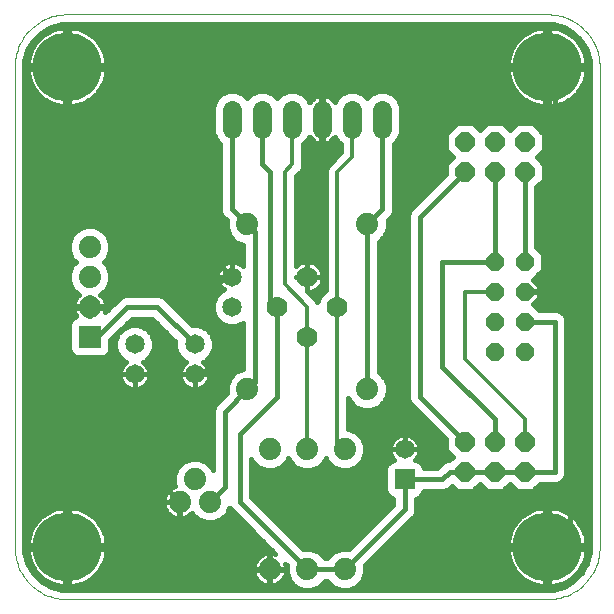
<source format=gtl>
G75*
G70*
%OFA0B0*%
%FSLAX24Y24*%
%IPPOS*%
%LPD*%
%AMOC8*
5,1,8,0,0,1.08239X$1,22.5*
%
%ADD10C,0.0000*%
%ADD11OC8,0.0600*%
%ADD12OC8,0.0640*%
%ADD13C,0.0740*%
%ADD14C,0.0650*%
%ADD15R,0.0740X0.0740*%
%ADD16C,0.0700*%
%ADD17R,0.0650X0.0650*%
%ADD18C,0.2300*%
%ADD19C,0.0634*%
%ADD20C,0.0150*%
%ADD21C,0.0120*%
D10*
X001175Y002925D02*
X001175Y018925D01*
X001177Y019008D01*
X001183Y019091D01*
X001193Y019174D01*
X001207Y019256D01*
X001224Y019338D01*
X001246Y019418D01*
X001271Y019497D01*
X001300Y019575D01*
X001333Y019652D01*
X001370Y019727D01*
X001409Y019800D01*
X001453Y019871D01*
X001499Y019940D01*
X001549Y020007D01*
X001602Y020071D01*
X001658Y020133D01*
X001717Y020192D01*
X001779Y020248D01*
X001843Y020301D01*
X001910Y020351D01*
X001979Y020397D01*
X002050Y020441D01*
X002123Y020480D01*
X002198Y020517D01*
X002275Y020550D01*
X002353Y020579D01*
X002432Y020604D01*
X002512Y020626D01*
X002594Y020643D01*
X002676Y020657D01*
X002759Y020667D01*
X002842Y020673D01*
X002925Y020675D01*
X018925Y020675D01*
X019008Y020673D01*
X019091Y020667D01*
X019174Y020657D01*
X019256Y020643D01*
X019338Y020626D01*
X019418Y020604D01*
X019497Y020579D01*
X019575Y020550D01*
X019652Y020517D01*
X019727Y020480D01*
X019800Y020441D01*
X019871Y020397D01*
X019940Y020351D01*
X020007Y020301D01*
X020071Y020248D01*
X020133Y020192D01*
X020192Y020133D01*
X020248Y020071D01*
X020301Y020007D01*
X020351Y019940D01*
X020397Y019871D01*
X020441Y019800D01*
X020480Y019727D01*
X020517Y019652D01*
X020550Y019575D01*
X020579Y019497D01*
X020604Y019418D01*
X020626Y019338D01*
X020643Y019256D01*
X020657Y019174D01*
X020667Y019091D01*
X020673Y019008D01*
X020675Y018925D01*
X020675Y002925D01*
X020673Y002842D01*
X020667Y002759D01*
X020657Y002676D01*
X020643Y002594D01*
X020626Y002512D01*
X020604Y002432D01*
X020579Y002353D01*
X020550Y002275D01*
X020517Y002198D01*
X020480Y002123D01*
X020441Y002050D01*
X020397Y001979D01*
X020351Y001910D01*
X020301Y001843D01*
X020248Y001779D01*
X020192Y001717D01*
X020133Y001658D01*
X020071Y001602D01*
X020007Y001549D01*
X019940Y001499D01*
X019871Y001453D01*
X019800Y001409D01*
X019727Y001370D01*
X019652Y001333D01*
X019575Y001300D01*
X019497Y001271D01*
X019418Y001246D01*
X019338Y001224D01*
X019256Y001207D01*
X019174Y001193D01*
X019091Y001183D01*
X019008Y001177D01*
X018925Y001175D01*
X002925Y001175D01*
X002842Y001177D01*
X002759Y001183D01*
X002676Y001193D01*
X002594Y001207D01*
X002512Y001224D01*
X002432Y001246D01*
X002353Y001271D01*
X002275Y001300D01*
X002198Y001333D01*
X002123Y001370D01*
X002050Y001409D01*
X001979Y001453D01*
X001910Y001499D01*
X001843Y001549D01*
X001779Y001602D01*
X001717Y001658D01*
X001658Y001717D01*
X001602Y001779D01*
X001549Y001843D01*
X001499Y001910D01*
X001453Y001979D01*
X001409Y002050D01*
X001370Y002123D01*
X001333Y002198D01*
X001300Y002275D01*
X001271Y002353D01*
X001246Y002432D01*
X001224Y002512D01*
X001207Y002594D01*
X001193Y002676D01*
X001183Y002759D01*
X001177Y002842D01*
X001175Y002925D01*
D11*
X017175Y009425D03*
X017175Y010425D03*
X017175Y011425D03*
X017175Y012425D03*
X018175Y012425D03*
X018175Y011425D03*
X018175Y010425D03*
X018175Y009425D03*
D12*
X018175Y006425D03*
X018175Y005425D03*
X017175Y005425D03*
X016175Y005425D03*
X016175Y006425D03*
X017175Y006425D03*
X017175Y015425D03*
X016175Y015425D03*
X016175Y016425D03*
X017175Y016425D03*
X018175Y016425D03*
X018175Y015425D03*
D13*
X012925Y013675D03*
X008925Y013675D03*
X003675Y012925D03*
X003675Y011925D03*
X003675Y010925D03*
X008925Y008175D03*
X009675Y006175D03*
X010925Y006175D03*
X012175Y006175D03*
X012925Y008175D03*
X007675Y004425D03*
X007175Y005175D03*
X006675Y004425D03*
X009675Y002175D03*
X010925Y002175D03*
X012175Y002175D03*
D14*
X014175Y006175D03*
X008425Y010925D03*
X008425Y011925D03*
X007175Y009675D03*
X007175Y008675D03*
X005175Y008675D03*
X005175Y009675D03*
D15*
X003675Y009925D03*
D16*
X009925Y010925D03*
X010925Y009925D03*
X011925Y010925D03*
X010925Y011925D03*
D17*
X014175Y005175D03*
D18*
X018925Y002925D03*
X018925Y018925D03*
X002925Y018925D03*
X002925Y002925D03*
D19*
X008425Y016858D02*
X008425Y017492D01*
X009425Y017492D02*
X009425Y016858D01*
X010425Y016858D02*
X010425Y017492D01*
X011425Y017492D02*
X011425Y016858D01*
X012425Y016858D02*
X012425Y017492D01*
X013425Y017492D02*
X013425Y016858D01*
D20*
X002064Y001918D02*
X001920Y001918D01*
X002034Y001942D02*
X001942Y002034D01*
X001859Y002135D01*
X001787Y002243D01*
X001726Y002358D01*
X001676Y002478D01*
X001638Y002603D01*
X001613Y002730D01*
X001601Y002850D01*
X002850Y002850D01*
X003000Y002850D01*
X003000Y003000D01*
X004249Y003000D01*
X004237Y003120D01*
X004212Y003247D01*
X004174Y003372D01*
X004124Y003492D01*
X004063Y003607D01*
X003991Y003715D01*
X003908Y003816D01*
X003816Y003908D01*
X003715Y003991D01*
X003607Y004063D01*
X003492Y004124D01*
X003372Y004174D01*
X003247Y004212D01*
X003120Y004237D01*
X003000Y004249D01*
X003000Y003000D01*
X002850Y003000D01*
X002850Y004249D01*
X002730Y004237D01*
X002603Y004212D01*
X002478Y004174D01*
X002358Y004124D01*
X002243Y004063D01*
X002135Y003991D01*
X002034Y003908D01*
X001942Y003816D01*
X001859Y003715D01*
X001787Y003607D01*
X001726Y003492D01*
X001676Y003372D01*
X001638Y003247D01*
X001613Y003120D01*
X001601Y003000D01*
X002850Y003000D01*
X002850Y002850D01*
X002850Y001601D01*
X002730Y001613D01*
X002603Y001638D01*
X002478Y001676D01*
X002358Y001726D01*
X002243Y001787D01*
X002135Y001859D01*
X002034Y001942D01*
X002051Y001787D02*
X001787Y002051D01*
X001599Y002376D01*
X001502Y002738D01*
X001490Y002925D01*
X001490Y018925D01*
X001502Y019112D01*
X001599Y019474D01*
X001787Y019799D01*
X002051Y020063D01*
X002376Y020251D01*
X002738Y020348D01*
X002925Y020360D01*
X018925Y020360D01*
X019112Y020348D01*
X019474Y020251D01*
X019799Y020063D01*
X020063Y019799D01*
X020251Y019474D01*
X020348Y019112D01*
X020360Y018925D01*
X020360Y002925D01*
X020348Y002738D01*
X020251Y002376D01*
X020251Y002376D01*
X020063Y002051D01*
X019799Y001787D01*
X019474Y001599D01*
X019112Y001502D01*
X018925Y001490D01*
X002925Y001490D01*
X002738Y001502D01*
X002376Y001599D01*
X002051Y001787D01*
X002082Y001769D02*
X002277Y001769D01*
X002339Y001621D02*
X002691Y001621D01*
X002850Y001621D02*
X003000Y001621D01*
X003000Y001601D02*
X003120Y001613D01*
X003247Y001638D01*
X003372Y001676D01*
X003492Y001726D01*
X003607Y001787D01*
X003715Y001859D01*
X003816Y001942D01*
X003908Y002034D01*
X003991Y002135D01*
X004063Y002243D01*
X004124Y002358D01*
X004174Y002478D01*
X004212Y002603D01*
X004237Y002730D01*
X004249Y002850D01*
X003000Y002850D01*
X003000Y001601D01*
X003159Y001621D02*
X010511Y001621D01*
X010537Y001594D02*
X010789Y001490D01*
X011061Y001490D01*
X011313Y001594D01*
X011504Y001785D01*
X011596Y001785D01*
X011787Y001594D01*
X012039Y001490D01*
X012311Y001490D01*
X012563Y001594D01*
X012756Y001787D01*
X012860Y002039D01*
X012860Y002308D01*
X014396Y003844D01*
X014506Y003954D01*
X014565Y004097D01*
X014565Y004536D01*
X014678Y004583D01*
X014767Y004672D01*
X014814Y004785D01*
X015503Y004785D01*
X015646Y004844D01*
X015752Y004950D01*
X015912Y004790D01*
X016438Y004790D01*
X016675Y005027D01*
X016912Y004790D01*
X017438Y004790D01*
X017675Y005027D01*
X017912Y004790D01*
X018438Y004790D01*
X018683Y005035D01*
X019253Y005035D01*
X019396Y005094D01*
X019506Y005204D01*
X019565Y005347D01*
X019565Y010503D01*
X019506Y010646D01*
X019396Y010756D01*
X019253Y010815D01*
X018655Y010815D01*
X018446Y011024D01*
X018650Y011228D01*
X018650Y011410D01*
X018190Y011410D01*
X018190Y011440D01*
X018650Y011440D01*
X018650Y011622D01*
X018446Y011826D01*
X018790Y012170D01*
X018790Y012680D01*
X018565Y012905D01*
X018565Y014917D01*
X018810Y015162D01*
X018810Y015688D01*
X018573Y015925D01*
X018810Y016162D01*
X018810Y016688D01*
X018438Y017060D01*
X017912Y017060D01*
X017675Y016823D01*
X017438Y017060D01*
X016912Y017060D01*
X016675Y016823D01*
X016438Y017060D01*
X015912Y017060D01*
X015540Y016688D01*
X015540Y016162D01*
X015777Y015925D01*
X015540Y015688D01*
X015540Y015342D01*
X014454Y014256D01*
X014344Y014146D01*
X014285Y014003D01*
X014285Y007847D01*
X014344Y007704D01*
X015540Y006508D01*
X015540Y006162D01*
X015777Y005925D01*
X015667Y005815D01*
X015597Y005815D01*
X015454Y005756D01*
X015263Y005565D01*
X014814Y005565D01*
X014767Y005678D01*
X014678Y005767D01*
X014563Y005815D01*
X014522Y005815D01*
X014556Y005849D01*
X014603Y005913D01*
X014638Y005983D01*
X014663Y006058D01*
X014675Y006136D01*
X014675Y006175D01*
X014675Y006214D01*
X014663Y006292D01*
X014638Y006367D01*
X014603Y006437D01*
X014556Y006501D01*
X014501Y006556D01*
X014437Y006603D01*
X014367Y006638D01*
X014292Y006663D01*
X014214Y006675D01*
X014175Y006675D01*
X014175Y006175D01*
X014175Y006175D01*
X014675Y006175D01*
X014175Y006175D01*
X014175Y006175D01*
X014175Y006175D01*
X013675Y006175D01*
X013675Y006214D01*
X013687Y006292D01*
X013712Y006367D01*
X013747Y006437D01*
X013794Y006501D01*
X013849Y006556D01*
X013913Y006603D01*
X013983Y006638D01*
X014058Y006663D01*
X014136Y006675D01*
X014175Y006675D01*
X014175Y006175D01*
X013675Y006175D01*
X013675Y006136D01*
X013687Y006058D01*
X013712Y005983D01*
X013747Y005913D01*
X013794Y005849D01*
X013828Y005815D01*
X013787Y005815D01*
X013672Y005767D01*
X013583Y005678D01*
X013535Y005563D01*
X013535Y004787D01*
X013583Y004672D01*
X013672Y004583D01*
X013785Y004536D01*
X013785Y004337D01*
X012308Y002860D01*
X012039Y002860D01*
X011787Y002756D01*
X011596Y002565D01*
X011504Y002565D01*
X011313Y002756D01*
X011061Y002860D01*
X010792Y002860D01*
X009065Y004587D01*
X009065Y005858D01*
X009094Y005787D01*
X009287Y005594D01*
X009539Y005490D01*
X009811Y005490D01*
X010063Y005594D01*
X010256Y005787D01*
X010300Y005894D01*
X010344Y005787D01*
X010537Y005594D01*
X010789Y005490D01*
X011061Y005490D01*
X011313Y005594D01*
X011506Y005787D01*
X011550Y005894D01*
X011594Y005787D01*
X011787Y005594D01*
X012039Y005490D01*
X012311Y005490D01*
X012563Y005594D01*
X012756Y005787D01*
X012860Y006039D01*
X012860Y006311D01*
X012756Y006563D01*
X012563Y006756D01*
X012311Y006860D01*
X012300Y006860D01*
X012300Y007894D01*
X012344Y007787D01*
X012537Y007594D01*
X012789Y007490D01*
X013061Y007490D01*
X013313Y007594D01*
X013506Y007787D01*
X013610Y008039D01*
X013610Y008311D01*
X013506Y008563D01*
X013315Y008754D01*
X013315Y013096D01*
X013506Y013287D01*
X013610Y013539D01*
X013610Y013808D01*
X013756Y013954D01*
X013815Y014097D01*
X013815Y016355D01*
X013961Y016500D01*
X014057Y016732D01*
X014057Y017618D01*
X013961Y017850D01*
X013783Y018028D01*
X013551Y018124D01*
X013299Y018124D01*
X013067Y018028D01*
X012925Y017885D01*
X012783Y018028D01*
X012551Y018124D01*
X012299Y018124D01*
X012067Y018028D01*
X011889Y017850D01*
X011847Y017747D01*
X011846Y017750D01*
X011800Y017812D01*
X011745Y017867D01*
X011683Y017913D01*
X011614Y017948D01*
X011540Y017972D01*
X011464Y017984D01*
X011448Y017984D01*
X011448Y017198D01*
X011402Y017198D01*
X011402Y017984D01*
X011386Y017984D01*
X011310Y017972D01*
X011236Y017948D01*
X011167Y017913D01*
X011105Y017867D01*
X011050Y017812D01*
X011004Y017750D01*
X011003Y017747D01*
X010961Y017850D01*
X010783Y018028D01*
X010551Y018124D01*
X010299Y018124D01*
X010067Y018028D01*
X009925Y017885D01*
X009783Y018028D01*
X009551Y018124D01*
X009299Y018124D01*
X009067Y018028D01*
X008925Y017885D01*
X008783Y018028D01*
X008551Y018124D01*
X008299Y018124D01*
X008067Y018028D01*
X007889Y017850D01*
X007793Y017618D01*
X007793Y016732D01*
X007889Y016500D01*
X008035Y016355D01*
X008035Y014097D01*
X008094Y013954D01*
X008240Y013808D01*
X008240Y013539D01*
X008344Y013287D01*
X008537Y013094D01*
X008785Y012992D01*
X008785Y012272D01*
X008751Y012306D01*
X008687Y012353D01*
X008617Y012388D01*
X008542Y012413D01*
X008464Y012425D01*
X008425Y012425D01*
X008425Y011925D01*
X002925Y017425D01*
X002925Y018925D01*
X003000Y018995D02*
X018850Y018995D01*
X018850Y019000D02*
X018850Y018850D01*
X019000Y018850D01*
X019000Y019000D01*
X020249Y019000D01*
X020237Y019120D01*
X020212Y019247D01*
X020174Y019372D01*
X020124Y019492D01*
X020063Y019607D01*
X019991Y019715D01*
X019908Y019816D01*
X019816Y019908D01*
X019715Y019991D01*
X019607Y020063D01*
X019492Y020124D01*
X019372Y020174D01*
X019247Y020212D01*
X019120Y020237D01*
X019000Y020249D01*
X019000Y019000D01*
X018850Y019000D01*
X018850Y020249D01*
X018730Y020237D01*
X018603Y020212D01*
X018478Y020174D01*
X018358Y020124D01*
X018243Y020063D01*
X018135Y019991D01*
X018034Y019908D01*
X017942Y019816D01*
X017859Y019715D01*
X017787Y019607D01*
X017726Y019492D01*
X017676Y019372D01*
X017638Y019247D01*
X017613Y019120D01*
X017601Y019000D01*
X018850Y019000D01*
X018925Y018925D02*
X019175Y018675D01*
X019175Y011425D01*
X019675Y011425D01*
X019675Y003675D01*
X018925Y002925D01*
X019000Y002957D02*
X020360Y002957D01*
X020249Y003000D02*
X020237Y003120D01*
X020212Y003247D01*
X020174Y003372D01*
X020124Y003492D01*
X020063Y003607D01*
X019991Y003715D01*
X019908Y003816D01*
X019816Y003908D01*
X019715Y003991D01*
X019607Y004063D01*
X019492Y004124D01*
X019372Y004174D01*
X019247Y004212D01*
X019120Y004237D01*
X019000Y004249D01*
X019000Y003000D01*
X020249Y003000D01*
X020239Y003106D02*
X020360Y003106D01*
X020360Y003254D02*
X020210Y003254D01*
X020161Y003403D02*
X020360Y003403D01*
X020360Y003551D02*
X020093Y003551D01*
X020001Y003700D02*
X020360Y003700D01*
X020360Y003848D02*
X019876Y003848D01*
X019706Y003997D02*
X020360Y003997D01*
X020360Y004145D02*
X019442Y004145D01*
X019000Y004145D02*
X018850Y004145D01*
X018850Y004249D02*
X018730Y004237D01*
X018603Y004212D01*
X018478Y004174D01*
X018358Y004124D01*
X018243Y004063D01*
X018135Y003991D01*
X018034Y003908D01*
X017942Y003816D01*
X017859Y003715D01*
X017787Y003607D01*
X017726Y003492D01*
X017676Y003372D01*
X017638Y003247D01*
X017613Y003120D01*
X017601Y003000D01*
X018850Y003000D01*
X018850Y004249D01*
X018850Y003997D02*
X019000Y003997D01*
X019000Y003848D02*
X018850Y003848D01*
X018850Y003700D02*
X019000Y003700D01*
X019000Y003551D02*
X018850Y003551D01*
X018850Y003403D02*
X019000Y003403D01*
X019000Y003254D02*
X018850Y003254D01*
X018850Y003106D02*
X019000Y003106D01*
X019000Y003000D02*
X018850Y003000D01*
X018850Y002850D01*
X019000Y002850D01*
X019000Y003000D01*
X019000Y002850D02*
X020249Y002850D01*
X020237Y002730D01*
X020212Y002603D01*
X020174Y002478D01*
X020124Y002358D01*
X020063Y002243D01*
X019991Y002135D01*
X019908Y002034D01*
X019816Y001942D01*
X019715Y001859D01*
X019607Y001787D01*
X019492Y001726D01*
X019372Y001676D01*
X019247Y001638D01*
X019120Y001613D01*
X019000Y001601D01*
X019000Y002850D01*
X019000Y002809D02*
X018850Y002809D01*
X018850Y002850D02*
X018850Y001601D01*
X018730Y001613D01*
X018603Y001638D01*
X018478Y001676D01*
X018358Y001726D01*
X018243Y001787D01*
X018135Y001859D01*
X018034Y001942D01*
X017942Y002034D01*
X017859Y002135D01*
X017787Y002243D01*
X017726Y002358D01*
X017676Y002478D01*
X017638Y002603D01*
X017613Y002730D01*
X017601Y002850D01*
X018850Y002850D01*
X018850Y002957D02*
X013509Y002957D01*
X013657Y003106D02*
X017611Y003106D01*
X017640Y003254D02*
X013806Y003254D01*
X013954Y003403D02*
X017689Y003403D01*
X017757Y003551D02*
X014103Y003551D01*
X014251Y003700D02*
X017849Y003700D01*
X017974Y003848D02*
X014400Y003848D01*
X014523Y003997D02*
X018144Y003997D01*
X018408Y004145D02*
X014565Y004145D01*
X014565Y004294D02*
X020360Y004294D01*
X020360Y004442D02*
X014565Y004442D01*
X014686Y004591D02*
X020360Y004591D01*
X020360Y004739D02*
X014795Y004739D01*
X014175Y005175D02*
X014175Y004175D01*
X012175Y002175D01*
X010925Y002175D01*
X008675Y004425D01*
X008675Y006675D01*
X009925Y007925D01*
X009925Y010925D01*
X009675Y011175D01*
X009675Y015425D01*
X009425Y015675D01*
X009425Y017175D01*
X008995Y017956D02*
X008855Y017956D01*
X008598Y018104D02*
X009252Y018104D01*
X009598Y018104D02*
X010252Y018104D01*
X009995Y017956D02*
X009855Y017956D01*
X010598Y018104D02*
X012252Y018104D01*
X012598Y018104D02*
X013252Y018104D01*
X012995Y017956D02*
X012855Y017956D01*
X013598Y018104D02*
X017885Y018104D01*
X017859Y018135D02*
X017942Y018034D01*
X018034Y017942D01*
X018135Y017859D01*
X018243Y017787D01*
X018358Y017726D01*
X018478Y017676D01*
X018603Y017638D01*
X018730Y017613D01*
X018850Y017601D01*
X018850Y018850D01*
X017601Y018850D01*
X017613Y018730D01*
X017638Y018603D01*
X017676Y018478D01*
X017726Y018358D01*
X017787Y018243D01*
X017859Y018135D01*
X017782Y018253D02*
X004068Y018253D01*
X004063Y018243D02*
X004124Y018358D01*
X004174Y018478D01*
X004212Y018603D01*
X004237Y018730D01*
X004249Y018850D01*
X003000Y018850D01*
X003000Y019000D01*
X004249Y019000D01*
X004237Y019120D01*
X004212Y019247D01*
X004174Y019372D01*
X004124Y019492D01*
X004063Y019607D01*
X003991Y019715D01*
X003908Y019816D01*
X003816Y019908D01*
X003715Y019991D01*
X003607Y020063D01*
X003492Y020124D01*
X003372Y020174D01*
X003247Y020212D01*
X003120Y020237D01*
X003000Y020249D01*
X003000Y019000D01*
X002850Y019000D01*
X002850Y020249D01*
X002730Y020237D01*
X002603Y020212D01*
X002478Y020174D01*
X002358Y020124D01*
X002243Y020063D01*
X002135Y019991D01*
X002034Y019908D01*
X001942Y019816D01*
X001859Y019715D01*
X001787Y019607D01*
X001726Y019492D01*
X001676Y019372D01*
X001638Y019247D01*
X001613Y019120D01*
X001601Y019000D01*
X002850Y019000D01*
X002850Y018850D01*
X003000Y018850D01*
X003000Y017601D01*
X003120Y017613D01*
X003247Y017638D01*
X003372Y017676D01*
X003492Y017726D01*
X003607Y017787D01*
X003715Y017859D01*
X003816Y017942D01*
X003908Y018034D01*
X003991Y018135D01*
X004063Y018243D01*
X003965Y018104D02*
X008252Y018104D01*
X007995Y017956D02*
X003829Y017956D01*
X003637Y017807D02*
X007872Y017807D01*
X007810Y017659D02*
X003314Y017659D01*
X003000Y017659D02*
X002850Y017659D01*
X002850Y017601D02*
X002850Y018850D01*
X001601Y018850D01*
X001613Y018730D01*
X001638Y018603D01*
X001676Y018478D01*
X001726Y018358D01*
X001787Y018243D01*
X001859Y018135D01*
X001942Y018034D01*
X002034Y017942D01*
X002135Y017859D01*
X002243Y017787D01*
X002358Y017726D01*
X002478Y017676D01*
X002603Y017638D01*
X002730Y017613D01*
X002850Y017601D01*
X002850Y017807D02*
X003000Y017807D01*
X003000Y017956D02*
X002850Y017956D01*
X002850Y018104D02*
X003000Y018104D01*
X003000Y018253D02*
X002850Y018253D01*
X002850Y018401D02*
X003000Y018401D01*
X003000Y018550D02*
X002850Y018550D01*
X002850Y018698D02*
X003000Y018698D01*
X003000Y018847D02*
X002850Y018847D01*
X002850Y018995D02*
X001495Y018995D01*
X001490Y018847D02*
X001601Y018847D01*
X001619Y018698D02*
X001490Y018698D01*
X001490Y018550D02*
X001654Y018550D01*
X001708Y018401D02*
X001490Y018401D01*
X001490Y018253D02*
X001782Y018253D01*
X001885Y018104D02*
X001490Y018104D01*
X001490Y017956D02*
X002021Y017956D01*
X002213Y017807D02*
X001490Y017807D01*
X001490Y017659D02*
X002536Y017659D01*
X001490Y017510D02*
X007793Y017510D01*
X007793Y017362D02*
X001490Y017362D01*
X001490Y017213D02*
X007793Y017213D01*
X007793Y017065D02*
X001490Y017065D01*
X001490Y016916D02*
X007793Y016916D01*
X007793Y016768D02*
X001490Y016768D01*
X001490Y016619D02*
X007840Y016619D01*
X007919Y016471D02*
X001490Y016471D01*
X001490Y016322D02*
X008035Y016322D01*
X008035Y016174D02*
X001490Y016174D01*
X001490Y016025D02*
X008035Y016025D01*
X008035Y015877D02*
X001490Y015877D01*
X001490Y015728D02*
X008035Y015728D01*
X008035Y015580D02*
X001490Y015580D01*
X001490Y015431D02*
X008035Y015431D01*
X008035Y015283D02*
X001490Y015283D01*
X001490Y015134D02*
X008035Y015134D01*
X008035Y014986D02*
X001490Y014986D01*
X001490Y014837D02*
X008035Y014837D01*
X008035Y014689D02*
X001490Y014689D01*
X001490Y014540D02*
X008035Y014540D01*
X008035Y014392D02*
X001490Y014392D01*
X001490Y014243D02*
X008035Y014243D01*
X008036Y014095D02*
X001490Y014095D01*
X001490Y013946D02*
X008102Y013946D01*
X008240Y013798D02*
X001490Y013798D01*
X001490Y013649D02*
X008240Y013649D01*
X008256Y013501D02*
X004068Y013501D01*
X004063Y013506D02*
X003811Y013610D01*
X003539Y013610D01*
X003287Y013506D01*
X003094Y013313D01*
X002990Y013061D01*
X002990Y012789D01*
X003094Y012537D01*
X003206Y012425D01*
X003094Y012313D01*
X002990Y012061D01*
X002990Y011789D01*
X003094Y011537D01*
X003287Y011344D01*
X003313Y011334D01*
X003259Y011280D01*
X003209Y011211D01*
X003170Y011134D01*
X003143Y011053D01*
X003130Y010968D01*
X003130Y010950D01*
X003650Y010950D01*
X003650Y011240D01*
X003700Y011240D01*
X003700Y010950D01*
X004220Y010950D01*
X004220Y010968D01*
X004207Y011053D01*
X004180Y011134D01*
X004141Y011211D01*
X004091Y011280D01*
X004037Y011334D01*
X004063Y011344D01*
X004256Y011537D01*
X004360Y011789D01*
X004360Y012061D01*
X004256Y012313D01*
X004144Y012425D01*
X004256Y012537D01*
X004360Y012789D01*
X004360Y013061D01*
X004256Y013313D01*
X004063Y013506D01*
X004217Y013352D02*
X008317Y013352D01*
X008428Y013204D02*
X004301Y013204D01*
X004360Y013055D02*
X008632Y013055D01*
X008785Y012907D02*
X004360Y012907D01*
X004347Y012758D02*
X008785Y012758D01*
X008785Y012610D02*
X004286Y012610D01*
X004180Y012461D02*
X008785Y012461D01*
X008785Y012313D02*
X008742Y012313D01*
X008425Y012313D02*
X008425Y012313D01*
X008425Y012425D02*
X008386Y012425D01*
X008308Y012413D01*
X008233Y012388D01*
X008163Y012353D01*
X008099Y012306D01*
X008044Y012251D01*
X007997Y012187D01*
X007962Y012117D01*
X007937Y012042D01*
X007925Y011964D01*
X007925Y011925D01*
X008425Y011925D01*
X008175Y011925D01*
X007675Y011425D01*
X007675Y010425D01*
X007925Y010175D01*
X007925Y009175D01*
X007425Y008675D01*
X007175Y008675D01*
X006175Y008675D01*
X006175Y004925D01*
X006675Y004425D01*
X006680Y004420D02*
X006680Y003880D01*
X006718Y003880D01*
X006803Y003893D01*
X006884Y003920D01*
X006961Y003959D01*
X007030Y004009D01*
X007084Y004063D01*
X007094Y004037D01*
X007287Y003844D01*
X007539Y003740D01*
X007811Y003740D01*
X008063Y003844D01*
X008256Y004037D01*
X008335Y004228D01*
X008344Y004204D01*
X009861Y002688D01*
X009803Y002707D01*
X009718Y002720D01*
X009689Y002720D01*
X009689Y002189D01*
X009661Y002189D01*
X009661Y002720D01*
X009632Y002720D01*
X009547Y002707D01*
X009466Y002680D01*
X009389Y002641D01*
X009320Y002591D01*
X009259Y002530D01*
X009209Y002461D01*
X009170Y002384D01*
X009143Y002303D01*
X009130Y002218D01*
X009130Y002189D01*
X009661Y002189D01*
X009661Y002161D01*
X009130Y002161D01*
X009130Y002132D01*
X009143Y002047D01*
X009170Y001966D01*
X009209Y001889D01*
X009259Y001820D01*
X009320Y001759D01*
X009389Y001709D01*
X009466Y001670D01*
X009547Y001643D01*
X009632Y001630D01*
X009661Y001630D01*
X009661Y002161D01*
X009689Y002161D01*
X009689Y002189D01*
X010220Y002189D01*
X010220Y002218D01*
X010207Y002303D01*
X010188Y002361D01*
X010240Y002308D01*
X010240Y002039D01*
X010344Y001787D01*
X010537Y001594D01*
X010362Y001769D02*
X010040Y001769D01*
X010030Y001759D02*
X010091Y001820D01*
X010141Y001889D01*
X010180Y001966D01*
X010207Y002047D01*
X010220Y002132D01*
X010220Y002161D01*
X009689Y002161D01*
X009689Y001630D01*
X009718Y001630D01*
X009803Y001643D01*
X009884Y001670D01*
X009961Y001709D01*
X010030Y001759D01*
X010155Y001918D02*
X010290Y001918D01*
X010240Y002066D02*
X010210Y002066D01*
X010220Y002215D02*
X010240Y002215D01*
X009689Y002215D02*
X009661Y002215D01*
X009661Y002363D02*
X009689Y002363D01*
X009689Y002512D02*
X009661Y002512D01*
X009661Y002660D02*
X009689Y002660D01*
X009740Y002809D02*
X004245Y002809D01*
X004223Y002660D02*
X009426Y002660D01*
X009246Y002512D02*
X004184Y002512D01*
X004126Y002363D02*
X009163Y002363D01*
X009130Y002215D02*
X004044Y002215D01*
X003934Y002066D02*
X009140Y002066D01*
X009195Y001918D02*
X003786Y001918D01*
X003573Y001769D02*
X009310Y001769D01*
X009661Y001769D02*
X009689Y001769D01*
X009689Y001918D02*
X009661Y001918D01*
X009661Y002066D02*
X009689Y002066D01*
X009591Y002957D02*
X003000Y002957D01*
X003000Y002809D02*
X002850Y002809D01*
X002850Y002957D02*
X001490Y002957D01*
X001490Y003106D02*
X001611Y003106D01*
X001640Y003254D02*
X001490Y003254D01*
X001490Y003403D02*
X001689Y003403D01*
X001757Y003551D02*
X001490Y003551D01*
X001490Y003700D02*
X001849Y003700D01*
X001974Y003848D02*
X001490Y003848D01*
X001490Y003997D02*
X002144Y003997D01*
X002408Y004145D02*
X001490Y004145D01*
X001490Y004294D02*
X006145Y004294D01*
X006143Y004297D02*
X006170Y004216D01*
X006209Y004139D01*
X006259Y004070D01*
X006320Y004009D01*
X006389Y003959D01*
X006466Y003920D01*
X006547Y003893D01*
X006632Y003880D01*
X006670Y003880D01*
X006670Y004420D01*
X006680Y004420D01*
X006670Y004420D02*
X006130Y004420D01*
X006130Y004382D01*
X006143Y004297D01*
X006130Y004430D02*
X006670Y004430D01*
X006670Y004420D01*
X006670Y004294D02*
X006680Y004294D01*
X006670Y004145D02*
X006680Y004145D01*
X006670Y003997D02*
X006680Y003997D01*
X006338Y003997D02*
X003706Y003997D01*
X003876Y003848D02*
X007283Y003848D01*
X007135Y003997D02*
X007012Y003997D01*
X007675Y004425D02*
X008175Y004925D01*
X008175Y007425D01*
X008925Y008175D01*
X009175Y008425D01*
X009175Y013425D01*
X008925Y013675D01*
X008425Y014175D01*
X008425Y017175D01*
X010550Y015270D02*
X010637Y015357D01*
X010743Y015463D01*
X010800Y015600D01*
X010800Y016340D01*
X010961Y016500D01*
X011003Y016603D01*
X011004Y016600D01*
X011050Y016538D01*
X011105Y016483D01*
X011167Y016437D01*
X011236Y016402D01*
X011310Y016378D01*
X011386Y016366D01*
X011402Y016366D01*
X011402Y017152D01*
X011448Y017152D01*
X011448Y016366D01*
X011464Y016366D01*
X011540Y016378D01*
X011614Y016402D01*
X011683Y016437D01*
X011745Y016483D01*
X011800Y016538D01*
X011846Y016600D01*
X011847Y016603D01*
X011889Y016500D01*
X012050Y016340D01*
X012050Y016080D01*
X011607Y015637D01*
X011550Y015500D01*
X011550Y011489D01*
X011548Y011489D01*
X011361Y011302D01*
X011268Y011077D01*
X011243Y011137D01*
X010978Y011402D01*
X011048Y011413D01*
X011127Y011438D01*
X011200Y011476D01*
X011267Y011525D01*
X011325Y011583D01*
X011374Y011650D01*
X011412Y011723D01*
X011437Y011802D01*
X011450Y011884D01*
X011450Y011920D01*
X010930Y011920D01*
X010930Y011930D01*
X010920Y011930D01*
X010920Y012450D01*
X010884Y012450D01*
X010802Y012437D01*
X010723Y012412D01*
X010650Y012374D01*
X010583Y012325D01*
X010550Y012292D01*
X010550Y015270D01*
X010563Y015283D02*
X011550Y015283D01*
X011550Y015431D02*
X010711Y015431D01*
X010791Y015580D02*
X011583Y015580D01*
X011698Y015728D02*
X010800Y015728D01*
X010800Y015877D02*
X011846Y015877D01*
X011995Y016025D02*
X010800Y016025D01*
X010800Y016174D02*
X012050Y016174D01*
X012050Y016322D02*
X010800Y016322D01*
X010931Y016471D02*
X011122Y016471D01*
X011402Y016471D02*
X011448Y016471D01*
X011448Y016619D02*
X011402Y016619D01*
X011402Y016768D02*
X011448Y016768D01*
X011448Y016916D02*
X011402Y016916D01*
X011402Y017065D02*
X011448Y017065D01*
X011425Y017175D02*
X011425Y015925D01*
X010925Y015425D01*
X010925Y011925D01*
X010930Y011930D02*
X010930Y012450D01*
X010966Y012450D01*
X011048Y012437D01*
X011127Y012412D01*
X011200Y012374D01*
X011267Y012325D01*
X011325Y012267D01*
X011374Y012200D01*
X011412Y012127D01*
X011437Y012048D01*
X011450Y011966D01*
X011450Y011930D01*
X010930Y011930D01*
X010930Y011920D02*
X010930Y011450D01*
X010920Y011460D01*
X010920Y011920D01*
X010930Y011920D01*
X010920Y011920D02*
X010550Y011920D01*
X010550Y011930D01*
X010920Y011930D01*
X010920Y011920D01*
X010920Y011867D02*
X010930Y011867D01*
X010920Y011719D02*
X010930Y011719D01*
X010920Y011570D02*
X010930Y011570D01*
X011074Y011422D02*
X011481Y011422D01*
X011550Y011570D02*
X011312Y011570D01*
X011409Y011719D02*
X011550Y011719D01*
X011550Y011867D02*
X011447Y011867D01*
X011442Y012016D02*
X011550Y012016D01*
X011550Y012164D02*
X011392Y012164D01*
X011280Y012313D02*
X011550Y012313D01*
X011550Y012461D02*
X010550Y012461D01*
X010550Y012313D02*
X010570Y012313D01*
X010550Y012610D02*
X011550Y012610D01*
X011550Y012758D02*
X010550Y012758D01*
X010550Y012907D02*
X011550Y012907D01*
X011550Y013055D02*
X010550Y013055D01*
X010550Y013204D02*
X011550Y013204D01*
X011550Y013352D02*
X010550Y013352D01*
X010550Y013501D02*
X011550Y013501D01*
X011550Y013649D02*
X010550Y013649D01*
X010550Y013798D02*
X011550Y013798D01*
X011550Y013946D02*
X010550Y013946D01*
X010550Y014095D02*
X011550Y014095D01*
X011550Y014243D02*
X010550Y014243D01*
X010550Y014392D02*
X011550Y014392D01*
X011550Y014540D02*
X010550Y014540D01*
X010550Y014689D02*
X011550Y014689D01*
X011550Y014837D02*
X010550Y014837D01*
X010550Y014986D02*
X011550Y014986D01*
X011550Y015134D02*
X010550Y015134D01*
X011728Y016471D02*
X011919Y016471D01*
X011448Y017213D02*
X011402Y017213D01*
X011402Y017362D02*
X011448Y017362D01*
X011448Y017510D02*
X011402Y017510D01*
X011402Y017659D02*
X011448Y017659D01*
X011448Y017807D02*
X011402Y017807D01*
X011402Y017956D02*
X011448Y017956D01*
X011590Y017956D02*
X011995Y017956D01*
X011872Y017807D02*
X011804Y017807D01*
X011260Y017956D02*
X010855Y017956D01*
X010978Y017807D02*
X011046Y017807D01*
X013425Y017175D02*
X013425Y014175D01*
X012925Y013675D01*
X012925Y008175D01*
X013428Y007709D02*
X014342Y007709D01*
X014285Y007858D02*
X013535Y007858D01*
X013596Y008006D02*
X014285Y008006D01*
X014285Y008155D02*
X013610Y008155D01*
X013610Y008303D02*
X014285Y008303D01*
X014285Y008452D02*
X013552Y008452D01*
X013469Y008600D02*
X014285Y008600D01*
X014285Y008749D02*
X013320Y008749D01*
X013315Y008897D02*
X014285Y008897D01*
X014285Y009046D02*
X013315Y009046D01*
X013315Y009194D02*
X014285Y009194D01*
X014285Y009343D02*
X013315Y009343D01*
X013315Y009491D02*
X014285Y009491D01*
X014285Y009640D02*
X013315Y009640D01*
X013315Y009788D02*
X014285Y009788D01*
X014285Y009937D02*
X013315Y009937D01*
X013315Y010085D02*
X014285Y010085D01*
X014285Y010234D02*
X013315Y010234D01*
X013315Y010382D02*
X014285Y010382D01*
X014285Y010531D02*
X013315Y010531D01*
X013315Y010679D02*
X014285Y010679D01*
X014285Y010828D02*
X013315Y010828D01*
X013315Y010976D02*
X014285Y010976D01*
X014285Y011125D02*
X013315Y011125D01*
X013315Y011273D02*
X014285Y011273D01*
X014285Y011422D02*
X013315Y011422D01*
X013315Y011570D02*
X014285Y011570D01*
X014285Y011719D02*
X013315Y011719D01*
X013315Y011867D02*
X014285Y011867D01*
X014285Y012016D02*
X013315Y012016D01*
X013315Y012164D02*
X014285Y012164D01*
X014285Y012313D02*
X013315Y012313D01*
X013315Y012461D02*
X014285Y012461D01*
X014285Y012610D02*
X013315Y012610D01*
X013315Y012758D02*
X014285Y012758D01*
X014285Y012907D02*
X013315Y012907D01*
X013315Y013055D02*
X014285Y013055D01*
X014285Y013204D02*
X013422Y013204D01*
X013533Y013352D02*
X014285Y013352D01*
X014285Y013501D02*
X013594Y013501D01*
X013610Y013649D02*
X014285Y013649D01*
X014285Y013798D02*
X013610Y013798D01*
X013748Y013946D02*
X014285Y013946D01*
X014323Y014095D02*
X013814Y014095D01*
X013815Y014243D02*
X014441Y014243D01*
X014590Y014392D02*
X013815Y014392D01*
X013815Y014540D02*
X014738Y014540D01*
X014887Y014689D02*
X013815Y014689D01*
X013815Y014837D02*
X015035Y014837D01*
X015184Y014986D02*
X013815Y014986D01*
X013815Y015134D02*
X015332Y015134D01*
X015481Y015283D02*
X013815Y015283D01*
X013815Y015431D02*
X015540Y015431D01*
X015540Y015580D02*
X013815Y015580D01*
X013815Y015728D02*
X015580Y015728D01*
X015729Y015877D02*
X013815Y015877D01*
X013815Y016025D02*
X015677Y016025D01*
X015540Y016174D02*
X013815Y016174D01*
X013815Y016322D02*
X015540Y016322D01*
X015540Y016471D02*
X013931Y016471D01*
X014010Y016619D02*
X015540Y016619D01*
X015620Y016768D02*
X014057Y016768D01*
X014057Y016916D02*
X015768Y016916D01*
X016582Y016916D02*
X016768Y016916D01*
X017582Y016916D02*
X017768Y016916D01*
X018536Y017659D02*
X014040Y017659D01*
X014057Y017510D02*
X020360Y017510D01*
X020360Y017362D02*
X014057Y017362D01*
X014057Y017213D02*
X020360Y017213D01*
X020360Y017065D02*
X014057Y017065D01*
X013978Y017807D02*
X018213Y017807D01*
X018021Y017956D02*
X013855Y017956D01*
X016175Y015425D02*
X014675Y013925D01*
X014675Y007925D01*
X016175Y006425D01*
X015775Y005927D02*
X014610Y005927D01*
X014651Y005779D02*
X015509Y005779D01*
X015328Y005630D02*
X014787Y005630D01*
X014665Y006076D02*
X015626Y006076D01*
X015540Y006224D02*
X014673Y006224D01*
X014636Y006373D02*
X015540Y006373D01*
X015527Y006521D02*
X014536Y006521D01*
X014249Y006670D02*
X015379Y006670D01*
X015230Y006818D02*
X012413Y006818D01*
X012300Y006967D02*
X015082Y006967D01*
X014933Y007115D02*
X012300Y007115D01*
X012300Y007264D02*
X014785Y007264D01*
X014636Y007412D02*
X012300Y007412D01*
X012300Y007561D02*
X012619Y007561D01*
X012422Y007709D02*
X012300Y007709D01*
X012300Y007858D02*
X012315Y007858D01*
X013231Y007561D02*
X014488Y007561D01*
X014175Y006670D02*
X014175Y006670D01*
X014101Y006670D02*
X012649Y006670D01*
X012773Y006521D02*
X013814Y006521D01*
X013714Y006373D02*
X012835Y006373D01*
X012860Y006224D02*
X013677Y006224D01*
X013685Y006076D02*
X012860Y006076D01*
X012814Y005927D02*
X013740Y005927D01*
X013699Y005779D02*
X012747Y005779D01*
X012599Y005630D02*
X013563Y005630D01*
X013535Y005482D02*
X009065Y005482D01*
X009065Y005630D02*
X009251Y005630D01*
X009103Y005779D02*
X009065Y005779D01*
X009065Y005333D02*
X013535Y005333D01*
X013535Y005185D02*
X009065Y005185D01*
X009065Y005036D02*
X013535Y005036D01*
X013535Y004888D02*
X009065Y004888D01*
X009065Y004739D02*
X013555Y004739D01*
X013664Y004591D02*
X009065Y004591D01*
X009210Y004442D02*
X013785Y004442D01*
X013742Y004294D02*
X009358Y004294D01*
X009507Y004145D02*
X013593Y004145D01*
X013445Y003997D02*
X009655Y003997D01*
X009804Y003848D02*
X013296Y003848D01*
X013148Y003700D02*
X009952Y003700D01*
X010101Y003551D02*
X012999Y003551D01*
X012851Y003403D02*
X010249Y003403D01*
X010398Y003254D02*
X012702Y003254D01*
X012554Y003106D02*
X010546Y003106D01*
X010695Y002957D02*
X012405Y002957D01*
X011914Y002809D02*
X011186Y002809D01*
X011409Y002660D02*
X011691Y002660D01*
X011612Y001769D02*
X011488Y001769D01*
X011339Y001621D02*
X011761Y001621D01*
X012589Y001621D02*
X018691Y001621D01*
X018850Y001621D02*
X019000Y001621D01*
X019000Y001769D02*
X018850Y001769D01*
X018850Y001918D02*
X019000Y001918D01*
X019000Y002066D02*
X018850Y002066D01*
X018850Y002215D02*
X019000Y002215D01*
X019000Y002363D02*
X018850Y002363D01*
X018850Y002512D02*
X019000Y002512D01*
X019000Y002660D02*
X018850Y002660D01*
X018277Y001769D02*
X012738Y001769D01*
X012810Y001918D02*
X018064Y001918D01*
X017916Y002066D02*
X012860Y002066D01*
X012860Y002215D02*
X017806Y002215D01*
X017724Y002363D02*
X012915Y002363D01*
X013063Y002512D02*
X017666Y002512D01*
X017627Y002660D02*
X013212Y002660D01*
X013360Y002809D02*
X017605Y002809D01*
X019159Y001621D02*
X019511Y001621D01*
X019573Y001769D02*
X019768Y001769D01*
X019786Y001918D02*
X019930Y001918D01*
X019934Y002066D02*
X020072Y002066D01*
X020044Y002215D02*
X020158Y002215D01*
X020126Y002363D02*
X020243Y002363D01*
X020287Y002512D02*
X020184Y002512D01*
X020223Y002660D02*
X020327Y002660D01*
X020352Y002809D02*
X020245Y002809D01*
X020360Y004888D02*
X018536Y004888D01*
X018175Y005425D02*
X017175Y005425D01*
X016175Y005425D01*
X015675Y005425D01*
X015425Y005175D01*
X014175Y005175D01*
X014175Y006224D02*
X014175Y006224D01*
X014175Y006373D02*
X014175Y006373D01*
X014175Y006521D02*
X014175Y006521D01*
X015689Y004888D02*
X015814Y004888D01*
X016536Y004888D02*
X016814Y004888D01*
X017536Y004888D02*
X017814Y004888D01*
X018175Y005425D02*
X019175Y005425D01*
X019175Y010425D01*
X018175Y010425D01*
X018642Y010828D02*
X020360Y010828D01*
X020360Y010976D02*
X018494Y010976D01*
X018546Y011125D02*
X020360Y011125D01*
X020360Y011273D02*
X018650Y011273D01*
X018650Y011570D02*
X020360Y011570D01*
X020360Y011422D02*
X018190Y011422D01*
X018175Y011425D02*
X019175Y011425D01*
X018635Y012016D02*
X020360Y012016D01*
X020360Y012164D02*
X018784Y012164D01*
X018790Y012313D02*
X020360Y012313D01*
X020360Y012461D02*
X018790Y012461D01*
X018790Y012610D02*
X020360Y012610D01*
X020360Y012758D02*
X018712Y012758D01*
X018565Y012907D02*
X020360Y012907D01*
X020360Y013055D02*
X018565Y013055D01*
X018565Y013204D02*
X020360Y013204D01*
X020360Y013352D02*
X018565Y013352D01*
X018565Y013501D02*
X020360Y013501D01*
X020360Y013649D02*
X018565Y013649D01*
X018565Y013798D02*
X020360Y013798D01*
X020360Y013946D02*
X018565Y013946D01*
X018565Y014095D02*
X020360Y014095D01*
X020360Y014243D02*
X018565Y014243D01*
X018565Y014392D02*
X020360Y014392D01*
X020360Y014540D02*
X018565Y014540D01*
X018565Y014689D02*
X020360Y014689D01*
X020360Y014837D02*
X018565Y014837D01*
X018634Y014986D02*
X020360Y014986D01*
X020360Y015134D02*
X018782Y015134D01*
X018810Y015283D02*
X020360Y015283D01*
X020360Y015431D02*
X018810Y015431D01*
X018810Y015580D02*
X020360Y015580D01*
X020360Y015728D02*
X018770Y015728D01*
X018621Y015877D02*
X020360Y015877D01*
X020360Y016025D02*
X018673Y016025D01*
X018810Y016174D02*
X020360Y016174D01*
X020360Y016322D02*
X018810Y016322D01*
X018810Y016471D02*
X020360Y016471D01*
X020360Y016619D02*
X018810Y016619D01*
X018730Y016768D02*
X020360Y016768D01*
X020360Y016916D02*
X018582Y016916D01*
X018850Y017659D02*
X019000Y017659D01*
X019000Y017601D02*
X019120Y017613D01*
X019247Y017638D01*
X019372Y017676D01*
X019492Y017726D01*
X019607Y017787D01*
X019715Y017859D01*
X019816Y017942D01*
X019908Y018034D01*
X019991Y018135D01*
X020063Y018243D01*
X020124Y018358D01*
X020174Y018478D01*
X020212Y018603D01*
X020237Y018730D01*
X020249Y018850D01*
X019000Y018850D01*
X019000Y017601D01*
X019000Y017807D02*
X018850Y017807D01*
X018850Y017956D02*
X019000Y017956D01*
X019000Y018104D02*
X018850Y018104D01*
X018850Y018253D02*
X019000Y018253D01*
X019000Y018401D02*
X018850Y018401D01*
X018850Y018550D02*
X019000Y018550D01*
X019000Y018698D02*
X018850Y018698D01*
X018850Y018847D02*
X019000Y018847D01*
X019000Y018995D02*
X020355Y018995D01*
X020360Y018847D02*
X020249Y018847D01*
X020231Y018698D02*
X020360Y018698D01*
X020360Y018550D02*
X020196Y018550D01*
X020142Y018401D02*
X020360Y018401D01*
X020360Y018253D02*
X020068Y018253D01*
X019965Y018104D02*
X020360Y018104D01*
X020360Y017956D02*
X019829Y017956D01*
X019637Y017807D02*
X020360Y017807D01*
X020360Y017659D02*
X019314Y017659D01*
X019000Y019144D02*
X018850Y019144D01*
X018850Y019292D02*
X019000Y019292D01*
X019000Y019441D02*
X018850Y019441D01*
X018850Y019589D02*
X019000Y019589D01*
X019000Y019738D02*
X018850Y019738D01*
X018850Y019886D02*
X019000Y019886D01*
X019000Y020035D02*
X018850Y020035D01*
X018850Y020183D02*
X019000Y020183D01*
X019173Y020332D02*
X002677Y020332D01*
X002508Y020183D02*
X002259Y020183D01*
X002201Y020035D02*
X002022Y020035D01*
X002012Y019886D02*
X001874Y019886D01*
X001878Y019738D02*
X001751Y019738D01*
X001778Y019589D02*
X001666Y019589D01*
X001704Y019441D02*
X001590Y019441D01*
X001550Y019292D02*
X001652Y019292D01*
X001618Y019144D02*
X001511Y019144D01*
X002850Y019144D02*
X003000Y019144D01*
X003000Y019292D02*
X002850Y019292D01*
X002850Y019441D02*
X003000Y019441D01*
X003000Y019589D02*
X002850Y019589D01*
X002850Y019738D02*
X003000Y019738D01*
X003000Y019886D02*
X002850Y019886D01*
X002850Y020035D02*
X003000Y020035D01*
X003000Y020183D02*
X002850Y020183D01*
X003342Y020183D02*
X018508Y020183D01*
X018201Y020035D02*
X003649Y020035D01*
X003838Y019886D02*
X018012Y019886D01*
X017878Y019738D02*
X003972Y019738D01*
X004072Y019589D02*
X017778Y019589D01*
X017704Y019441D02*
X004146Y019441D01*
X004198Y019292D02*
X017652Y019292D01*
X017618Y019144D02*
X004232Y019144D01*
X004249Y018847D02*
X017601Y018847D01*
X017619Y018698D02*
X004231Y018698D01*
X004196Y018550D02*
X017654Y018550D01*
X017708Y018401D02*
X004142Y018401D01*
X003282Y013501D02*
X001490Y013501D01*
X001490Y013352D02*
X003133Y013352D01*
X003049Y013204D02*
X001490Y013204D01*
X001490Y013055D02*
X002990Y013055D01*
X002990Y012907D02*
X001490Y012907D01*
X001490Y012758D02*
X003003Y012758D01*
X003064Y012610D02*
X001490Y012610D01*
X001490Y012461D02*
X003170Y012461D01*
X003094Y012313D02*
X001490Y012313D01*
X001490Y012164D02*
X003033Y012164D01*
X002990Y012016D02*
X001490Y012016D01*
X001490Y011867D02*
X002990Y011867D01*
X003019Y011719D02*
X001490Y011719D01*
X001490Y011570D02*
X003081Y011570D01*
X003210Y011422D02*
X001490Y011422D01*
X001490Y011273D02*
X003254Y011273D01*
X003167Y011125D02*
X001490Y011125D01*
X001490Y010976D02*
X003131Y010976D01*
X003130Y010900D02*
X003130Y010882D01*
X003143Y010797D01*
X003170Y010716D01*
X003209Y010639D01*
X003233Y010606D01*
X003127Y010562D01*
X003038Y010473D01*
X002990Y010358D01*
X002990Y009492D01*
X003038Y009377D01*
X003127Y009288D01*
X003242Y009240D01*
X004108Y009240D01*
X004223Y009288D01*
X004312Y009377D01*
X004360Y009492D01*
X004360Y009808D01*
X005087Y010535D01*
X005763Y010535D01*
X006535Y009763D01*
X006535Y009548D01*
X006632Y009312D01*
X006812Y009132D01*
X006903Y009095D01*
X006849Y009056D01*
X006794Y009001D01*
X006747Y008937D01*
X006712Y008867D01*
X006687Y008792D01*
X006675Y008714D01*
X006675Y008675D01*
X007175Y008675D01*
X007675Y008675D01*
X007675Y008714D01*
X007663Y008792D01*
X007638Y008867D01*
X007603Y008937D01*
X007556Y009001D01*
X007501Y009056D01*
X007447Y009095D01*
X007538Y009132D01*
X007718Y009312D01*
X007815Y009548D01*
X007815Y009802D01*
X007718Y010038D01*
X007538Y010218D01*
X007302Y010315D01*
X007087Y010315D01*
X006256Y011146D01*
X006146Y011256D01*
X006003Y011315D01*
X004847Y011315D01*
X004704Y011256D01*
X004188Y010739D01*
X004207Y010797D01*
X004220Y010882D01*
X004220Y010900D01*
X003700Y010900D01*
X003700Y010950D01*
X003650Y010950D01*
X003650Y010900D01*
X003130Y010900D01*
X003139Y010828D02*
X001490Y010828D01*
X001490Y010679D02*
X003189Y010679D01*
X003095Y010531D02*
X001490Y010531D01*
X001490Y010382D02*
X003000Y010382D01*
X002990Y010234D02*
X001490Y010234D01*
X001490Y010085D02*
X002990Y010085D01*
X002990Y009937D02*
X001490Y009937D01*
X001490Y009788D02*
X002990Y009788D01*
X002990Y009640D02*
X001490Y009640D01*
X001490Y009491D02*
X002991Y009491D01*
X003072Y009343D02*
X001490Y009343D01*
X001490Y009194D02*
X004751Y009194D01*
X004812Y009132D02*
X004632Y009312D01*
X004535Y009548D01*
X004535Y009802D01*
X004632Y010038D01*
X004812Y010218D01*
X005048Y010315D01*
X005302Y010315D01*
X005538Y010218D01*
X005718Y010038D01*
X005815Y009802D01*
X005815Y009548D01*
X005718Y009312D01*
X005538Y009132D01*
X005447Y009095D01*
X005501Y009056D01*
X005556Y009001D01*
X005603Y008937D01*
X005638Y008867D01*
X005663Y008792D01*
X005675Y008714D01*
X005675Y008675D01*
X005175Y008675D01*
X006175Y008675D01*
X006675Y008675D02*
X006675Y008636D01*
X006687Y008558D01*
X006712Y008483D01*
X006747Y008413D01*
X006794Y008349D01*
X006849Y008294D01*
X006913Y008247D01*
X006983Y008212D01*
X007058Y008187D01*
X007136Y008175D01*
X007175Y008175D01*
X007214Y008175D01*
X007292Y008187D01*
X007367Y008212D01*
X007437Y008247D01*
X007501Y008294D01*
X007556Y008349D01*
X007603Y008413D01*
X007638Y008483D01*
X007663Y008558D01*
X007675Y008636D01*
X007675Y008675D01*
X007175Y008675D01*
X007175Y008675D01*
X007175Y008175D01*
X007175Y008675D01*
X007175Y008675D01*
X007175Y008675D01*
X006675Y008675D01*
X006680Y008749D02*
X005670Y008749D01*
X005675Y008675D02*
X005175Y008675D01*
X005175Y008675D01*
X005175Y008675D01*
X004675Y008675D01*
X004675Y008714D01*
X004687Y008792D01*
X004712Y008867D01*
X004747Y008937D01*
X004794Y009001D01*
X004849Y009056D01*
X004903Y009095D01*
X004812Y009132D01*
X004838Y009046D02*
X001490Y009046D01*
X001490Y008897D02*
X004727Y008897D01*
X004680Y008749D02*
X001490Y008749D01*
X001490Y008600D02*
X004681Y008600D01*
X004675Y008636D02*
X004687Y008558D01*
X004712Y008483D01*
X004747Y008413D01*
X004794Y008349D01*
X004849Y008294D01*
X004913Y008247D01*
X004983Y008212D01*
X005058Y008187D01*
X005136Y008175D01*
X005175Y008175D01*
X005214Y008175D01*
X005292Y008187D01*
X005367Y008212D01*
X005437Y008247D01*
X005501Y008294D01*
X005556Y008349D01*
X005603Y008413D01*
X005638Y008483D01*
X005663Y008558D01*
X005675Y008636D01*
X005675Y008675D01*
X005669Y008600D02*
X006681Y008600D01*
X006728Y008452D02*
X005622Y008452D01*
X005510Y008303D02*
X006840Y008303D01*
X007175Y008303D02*
X007175Y008303D01*
X007175Y008452D02*
X007175Y008452D01*
X007175Y008600D02*
X007175Y008600D01*
X007510Y008303D02*
X008240Y008303D01*
X008240Y008311D02*
X008240Y008042D01*
X007954Y007756D01*
X007844Y007646D01*
X007785Y007503D01*
X007785Y005492D01*
X007756Y005563D01*
X007563Y005756D01*
X007311Y005860D01*
X007039Y005860D01*
X006787Y005756D01*
X006594Y005563D01*
X006490Y005311D01*
X006490Y005039D01*
X006527Y004950D01*
X006466Y004930D01*
X006389Y004891D01*
X006320Y004841D01*
X006259Y004780D01*
X006209Y004711D01*
X006170Y004634D01*
X006143Y004553D01*
X006130Y004468D01*
X006130Y004430D01*
X006130Y004442D02*
X001490Y004442D01*
X001490Y004591D02*
X006156Y004591D01*
X006229Y004739D02*
X001490Y004739D01*
X001490Y004888D02*
X006384Y004888D01*
X006491Y005036D02*
X001490Y005036D01*
X001490Y005185D02*
X006490Y005185D01*
X006499Y005333D02*
X001490Y005333D01*
X001490Y005482D02*
X006561Y005482D01*
X006661Y005630D02*
X001490Y005630D01*
X001490Y005779D02*
X006842Y005779D01*
X007508Y005779D02*
X007785Y005779D01*
X007785Y005927D02*
X001490Y005927D01*
X001490Y006076D02*
X007785Y006076D01*
X007785Y006224D02*
X001490Y006224D01*
X001490Y006373D02*
X007785Y006373D01*
X007785Y006521D02*
X001490Y006521D01*
X001490Y006670D02*
X007785Y006670D01*
X007785Y006818D02*
X001490Y006818D01*
X001490Y006967D02*
X007785Y006967D01*
X007785Y007115D02*
X001490Y007115D01*
X001490Y007264D02*
X007785Y007264D01*
X007785Y007412D02*
X001490Y007412D01*
X001490Y007561D02*
X007809Y007561D01*
X007907Y007709D02*
X001490Y007709D01*
X001490Y007858D02*
X008056Y007858D01*
X008204Y008006D02*
X001490Y008006D01*
X001490Y008155D02*
X008240Y008155D01*
X008240Y008311D02*
X008344Y008563D01*
X008537Y008756D01*
X008785Y008858D01*
X008785Y010381D01*
X008552Y010285D01*
X008298Y010285D01*
X008062Y010382D01*
X007882Y010562D01*
X007785Y010798D01*
X007785Y011052D01*
X007882Y011288D01*
X008062Y011468D01*
X008153Y011505D01*
X008099Y011544D01*
X008044Y011599D01*
X007997Y011663D01*
X007962Y011733D01*
X007937Y011808D01*
X007925Y011886D01*
X007925Y011925D01*
X008425Y011925D01*
X008425Y011925D01*
X008425Y011925D01*
X008425Y012425D01*
X008425Y012164D02*
X008425Y012164D01*
X008425Y012016D02*
X008425Y012016D01*
X008108Y012313D02*
X004256Y012313D01*
X004317Y012164D02*
X007986Y012164D01*
X007933Y012016D02*
X004360Y012016D01*
X004360Y011867D02*
X007928Y011867D01*
X007969Y011719D02*
X004331Y011719D01*
X004269Y011570D02*
X008073Y011570D01*
X008016Y011422D02*
X004140Y011422D01*
X004096Y011273D02*
X004746Y011273D01*
X004573Y011125D02*
X004183Y011125D01*
X004219Y010976D02*
X004424Y010976D01*
X004276Y010828D02*
X004211Y010828D01*
X003700Y010828D02*
X003650Y010828D01*
X003650Y010900D02*
X003700Y010900D01*
X003700Y010610D01*
X003650Y010610D01*
X003650Y010900D01*
X003650Y010976D02*
X003700Y010976D01*
X003700Y011125D02*
X003650Y011125D01*
X003650Y010679D02*
X003700Y010679D01*
X003675Y009925D02*
X003925Y009925D01*
X004925Y010925D01*
X005925Y010925D01*
X007175Y009675D01*
X007599Y009194D02*
X008785Y009194D01*
X008785Y009046D02*
X007512Y009046D01*
X007623Y008897D02*
X008785Y008897D01*
X008530Y008749D02*
X007670Y008749D01*
X007669Y008600D02*
X008381Y008600D01*
X008298Y008452D02*
X007622Y008452D01*
X006838Y009046D02*
X005512Y009046D01*
X005599Y009194D02*
X006751Y009194D01*
X006620Y009343D02*
X005730Y009343D01*
X005792Y009491D02*
X006558Y009491D01*
X006535Y009640D02*
X005815Y009640D01*
X005815Y009788D02*
X006510Y009788D01*
X006362Y009937D02*
X005759Y009937D01*
X005670Y010085D02*
X006213Y010085D01*
X006065Y010234D02*
X005499Y010234D01*
X005768Y010531D02*
X005082Y010531D01*
X004934Y010382D02*
X005916Y010382D01*
X006426Y010976D02*
X007785Y010976D01*
X007785Y010828D02*
X006574Y010828D01*
X006723Y010679D02*
X007834Y010679D01*
X007914Y010531D02*
X006871Y010531D01*
X007020Y010382D02*
X008063Y010382D01*
X007670Y010085D02*
X008785Y010085D01*
X008785Y009937D02*
X007759Y009937D01*
X007815Y009788D02*
X008785Y009788D01*
X008785Y009640D02*
X007815Y009640D01*
X007792Y009491D02*
X008785Y009491D01*
X008785Y009343D02*
X007730Y009343D01*
X007499Y010234D02*
X008785Y010234D01*
X007815Y011125D02*
X006277Y011125D01*
X006104Y011273D02*
X007876Y011273D01*
X006727Y008897D02*
X005623Y008897D01*
X005175Y008675D02*
X005175Y008175D01*
X005175Y008675D01*
X005175Y008675D01*
X004675Y008675D01*
X004675Y008636D01*
X004728Y008452D02*
X001490Y008452D01*
X001490Y008303D02*
X004840Y008303D01*
X005175Y008303D02*
X005175Y008303D01*
X005175Y008452D02*
X005175Y008452D01*
X005175Y008600D02*
X005175Y008600D01*
X004620Y009343D02*
X004278Y009343D01*
X004359Y009491D02*
X004558Y009491D01*
X004535Y009640D02*
X004360Y009640D01*
X004360Y009788D02*
X004535Y009788D01*
X004488Y009937D02*
X004591Y009937D01*
X004637Y010085D02*
X004680Y010085D01*
X004785Y010234D02*
X004851Y010234D01*
X007689Y005630D02*
X007785Y005630D01*
X008300Y004145D02*
X008403Y004145D01*
X008552Y003997D02*
X008215Y003997D01*
X008067Y003848D02*
X008700Y003848D01*
X008849Y003700D02*
X004001Y003700D01*
X004093Y003551D02*
X008997Y003551D01*
X009146Y003403D02*
X004161Y003403D01*
X004210Y003254D02*
X009294Y003254D01*
X009443Y003106D02*
X004239Y003106D01*
X003442Y004145D02*
X006206Y004145D01*
X003000Y004145D02*
X002850Y004145D01*
X002850Y003997D02*
X003000Y003997D01*
X003000Y003848D02*
X002850Y003848D01*
X002850Y003700D02*
X003000Y003700D01*
X003000Y003551D02*
X002850Y003551D01*
X002850Y003403D02*
X003000Y003403D01*
X003000Y003254D02*
X002850Y003254D01*
X002850Y003106D02*
X003000Y003106D01*
X003000Y002660D02*
X002850Y002660D01*
X002850Y002512D02*
X003000Y002512D01*
X003000Y002363D02*
X002850Y002363D01*
X002850Y002215D02*
X003000Y002215D01*
X003000Y002066D02*
X002850Y002066D01*
X002850Y001918D02*
X003000Y001918D01*
X003000Y001769D02*
X002850Y001769D01*
X001916Y002066D02*
X001778Y002066D01*
X001806Y002215D02*
X001692Y002215D01*
X001724Y002363D02*
X001607Y002363D01*
X001563Y002512D02*
X001666Y002512D01*
X001627Y002660D02*
X001523Y002660D01*
X001498Y002809D02*
X001605Y002809D01*
X010099Y005630D02*
X010501Y005630D01*
X010353Y005779D02*
X010247Y005779D01*
X011349Y005630D02*
X011751Y005630D01*
X011603Y005779D02*
X011497Y005779D01*
X015425Y008925D02*
X017175Y007175D01*
X017175Y006425D01*
X019255Y005036D02*
X020360Y005036D01*
X020360Y005185D02*
X019486Y005185D01*
X019559Y005333D02*
X020360Y005333D01*
X020360Y005482D02*
X019565Y005482D01*
X019565Y005630D02*
X020360Y005630D01*
X020360Y005779D02*
X019565Y005779D01*
X019565Y005927D02*
X020360Y005927D01*
X020360Y006076D02*
X019565Y006076D01*
X019565Y006224D02*
X020360Y006224D01*
X020360Y006373D02*
X019565Y006373D01*
X019565Y006521D02*
X020360Y006521D01*
X020360Y006670D02*
X019565Y006670D01*
X019565Y006818D02*
X020360Y006818D01*
X020360Y006967D02*
X019565Y006967D01*
X019565Y007115D02*
X020360Y007115D01*
X020360Y007264D02*
X019565Y007264D01*
X019565Y007412D02*
X020360Y007412D01*
X020360Y007561D02*
X019565Y007561D01*
X019565Y007709D02*
X020360Y007709D01*
X020360Y007858D02*
X019565Y007858D01*
X019565Y008006D02*
X020360Y008006D01*
X020360Y008155D02*
X019565Y008155D01*
X019565Y008303D02*
X020360Y008303D01*
X020360Y008452D02*
X019565Y008452D01*
X019565Y008600D02*
X020360Y008600D01*
X020360Y008749D02*
X019565Y008749D01*
X019565Y008897D02*
X020360Y008897D01*
X020360Y009046D02*
X019565Y009046D01*
X019565Y009194D02*
X020360Y009194D01*
X020360Y009343D02*
X019565Y009343D01*
X019565Y009491D02*
X020360Y009491D01*
X020360Y009640D02*
X019565Y009640D01*
X019565Y009788D02*
X020360Y009788D01*
X020360Y009937D02*
X019565Y009937D01*
X019565Y010085D02*
X020360Y010085D01*
X020360Y010234D02*
X019565Y010234D01*
X019565Y010382D02*
X020360Y010382D01*
X020360Y010531D02*
X019553Y010531D01*
X019473Y010679D02*
X020360Y010679D01*
X020360Y011719D02*
X018553Y011719D01*
X018487Y011867D02*
X020360Y011867D01*
X018175Y012425D02*
X018175Y015425D01*
X017175Y015425D02*
X017175Y012425D01*
X015425Y012425D01*
X015425Y008925D01*
X011288Y011125D02*
X011248Y011125D01*
X011349Y011273D02*
X011107Y011273D01*
X010930Y012016D02*
X010920Y012016D01*
X010920Y012164D02*
X010930Y012164D01*
X010920Y012313D02*
X010930Y012313D01*
X019342Y020183D02*
X019591Y020183D01*
X019649Y020035D02*
X019828Y020035D01*
X019838Y019886D02*
X019976Y019886D01*
X019972Y019738D02*
X020099Y019738D01*
X020072Y019589D02*
X020184Y019589D01*
X020146Y019441D02*
X020260Y019441D01*
X020300Y019292D02*
X020198Y019292D01*
X020232Y019144D02*
X020339Y019144D01*
D21*
X017175Y011425D02*
X016175Y011425D01*
X016175Y009175D01*
X018175Y007175D01*
X018175Y006425D01*
X012175Y006175D02*
X011925Y006425D01*
X011925Y010925D01*
X011925Y015425D01*
X012425Y015925D01*
X012425Y017175D01*
X010425Y017175D02*
X010425Y015675D01*
X010175Y015425D01*
X010175Y011675D01*
X010925Y010925D01*
X010925Y009925D01*
X010925Y006175D01*
M02*

</source>
